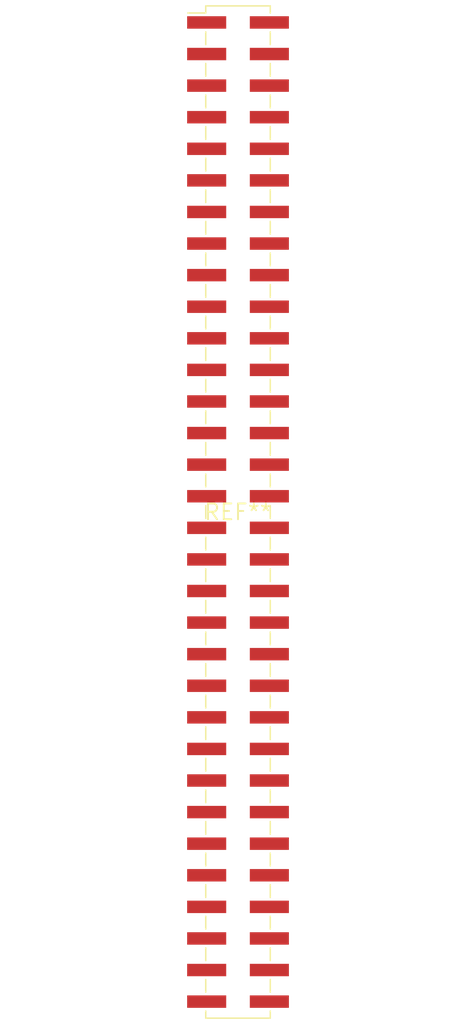
<source format=kicad_pcb>
(kicad_pcb (version 20240108) (generator pcbnew)
  (layers (0 "F.Cu" signal) (31 "B.Cu" signal) (34 "B.Paste" user) (35 "F.Paste" user) (36 "B.SilkS" user "B.Silkscreen") (37 "F.SilkS" user "F.Silkscreen") (38 "B.Mask" user) (39 "F.Mask" user) (44 "Edge.Cuts" user))
  (net 0 "")
  (footprint "PinHeader_2x32_P2.54mm_Vertical_SMD" (layer "F.Cu") (at 0 0)
    (property "Reference" "REF**")
    (property "Value" "PinHeader_2x32_P2.54mm_Vertical_SMD")
    (fp_line (start -4.04 -40.13) (end -2.6 -40.13) (layer "F.SilkS") (stroke (width 0.12)))
    (fp_line (start -2.6 -40.7) (end -2.6 -40.13) (layer "F.SilkS") (stroke (width 0.12)))
    (fp_line (start -2.6 -40.7) (end 2.6 -40.7) (layer "F.SilkS") (stroke (width 0.12)))
    (fp_line (start -2.6 -38.61) (end -2.6 -37.59) (layer "F.SilkS") (stroke (width 0.12)))
    (fp_line (start -2.6 -36.07) (end -2.6 -35.05) (layer "F.SilkS") (stroke (width 0.12)))
    (fp_line (start -2.6 -33.53) (end -2.6 -32.51) (layer "F.SilkS") (stroke (width 0.12)))
    (fp_line (start -2.6 -30.99) (end -2.6 -29.97) (layer "F.SilkS") (stroke (width 0.12)))
    (fp_line (start -2.6 -28.45) (end -2.6 -27.43) (layer "F.SilkS") (stroke (width 0.12)))
    (fp_line (start -2.6 -25.91) (end -2.6 -24.89) (layer "F.SilkS") (stroke (width 0.12)))
    (fp_line (start -2.6 -23.37) (end -2.6 -22.35) (layer "F.SilkS") (stroke (width 0.12)))
    (fp_line (start -2.6 -20.83) (end -2.6 -19.81) (layer "F.SilkS") (stroke (width 0.12)))
    (fp_line (start -2.6 -18.29) (end -2.6 -17.27) (layer "F.SilkS") (stroke (width 0.12)))
    (fp_line (start -2.6 -15.75) (end -2.6 -14.73) (layer "F.SilkS") (stroke (width 0.12)))
    (fp_line (start -2.6 -13.21) (end -2.6 -12.19) (layer "F.SilkS") (stroke (width 0.12)))
    (fp_line (start -2.6 -10.67) (end -2.6 -9.65) (layer "F.SilkS") (stroke (width 0.12)))
    (fp_line (start -2.6 -8.13) (end -2.6 -7.11) (layer "F.SilkS") (stroke (width 0.12)))
    (fp_line (start -2.6 -5.59) (end -2.6 -4.57) (layer "F.SilkS") (stroke (width 0.12)))
    (fp_line (start -2.6 -3.05) (end -2.6 -2.03) (layer "F.SilkS") (stroke (width 0.12)))
    (fp_line (start -2.6 -0.51) (end -2.6 0.51) (layer "F.SilkS") (stroke (width 0.12)))
    (fp_line (start -2.6 2.03) (end -2.6 3.05) (layer "F.SilkS") (stroke (width 0.12)))
    (fp_line (start -2.6 4.57) (end -2.6 5.59) (layer "F.SilkS") (stroke (width 0.12)))
    (fp_line (start -2.6 7.11) (end -2.6 8.13) (layer "F.SilkS") (stroke (width 0.12)))
    (fp_line (start -2.6 9.65) (end -2.6 10.67) (layer "F.SilkS") (stroke (width 0.12)))
    (fp_line (start -2.6 12.19) (end -2.6 13.21) (layer "F.SilkS") (stroke (width 0.12)))
    (fp_line (start -2.6 14.73) (end -2.6 15.75) (layer "F.SilkS") (stroke (width 0.12)))
    (fp_line (start -2.6 17.27) (end -2.6 18.29) (layer "F.SilkS") (stroke (width 0.12)))
    (fp_line (start -2.6 19.81) (end -2.6 20.83) (layer "F.SilkS") (stroke (width 0.12)))
    (fp_line (start -2.6 22.35) (end -2.6 23.37) (layer "F.SilkS") (stroke (width 0.12)))
    (fp_line (start -2.6 24.89) (end -2.6 25.91) (layer "F.SilkS") (stroke (width 0.12)))
    (fp_line (start -2.6 27.43) (end -2.6 28.45) (layer "F.SilkS") (stroke (width 0.12)))
    (fp_line (start -2.6 29.97) (end -2.6 30.99) (layer "F.SilkS") (stroke (width 0.12)))
    (fp_line (start -2.6 32.51) (end -2.6 33.53) (layer "F.SilkS") (stroke (width 0.12)))
    (fp_line (start -2.6 35.05) (end -2.6 36.07) (layer "F.SilkS") (stroke (width 0.12)))
    (fp_line (start -2.6 37.59) (end -2.6 38.61) (layer "F.SilkS") (stroke (width 0.12)))
    (fp_line (start -2.6 40.13) (end -2.6 40.7) (layer "F.SilkS") (stroke (width 0.12)))
    (fp_line (start -2.6 40.7) (end 2.6 40.7) (layer "F.SilkS") (stroke (width 0.12)))
    (fp_line (start 2.6 -40.7) (end 2.6 -40.13) (layer "F.SilkS") (stroke (width 0.12)))
    (fp_line (start 2.6 -38.61) (end 2.6 -37.59) (layer "F.SilkS") (stroke (width 0.12)))
    (fp_line (start 2.6 -36.07) (end 2.6 -35.05) (layer "F.SilkS") (stroke (width 0.12)))
    (fp_line (start 2.6 -33.53) (end 2.6 -32.51) (layer "F.SilkS") (stroke (width 0.12)))
    (fp_line (start 2.6 -30.99) (end 2.6 -29.97) (layer "F.SilkS") (stroke (width 0.12)))
    (fp_line (start 2.6 -28.45) (end 2.6 -27.43) (layer "F.SilkS") (stroke (width 0.12)))
    (fp_line (start 2.6 -25.91) (end 2.6 -24.89) (layer "F.SilkS") (stroke (width 0.12)))
    (fp_line (start 2.6 -23.37) (end 2.6 -22.35) (layer "F.SilkS") (stroke (width 0.12)))
    (fp_line (start 2.6 -20.83) (end 2.6 -19.81) (layer "F.SilkS") (stroke (width 0.12)))
    (fp_line (start 2.6 -18.29) (end 2.6 -17.27) (layer "F.SilkS") (stroke (width 0.12)))
    (fp_line (start 2.6 -15.75) (end 2.6 -14.73) (layer "F.SilkS") (stroke (width 0.12)))
    (fp_line (start 2.6 -13.21) (end 2.6 -12.19) (layer "F.SilkS") (stroke (width 0.12)))
    (fp_line (start 2.6 -10.67) (end 2.6 -9.65) (layer "F.SilkS") (stroke (width 0.12)))
    (fp_line (start 2.6 -8.13) (end 2.6 -7.11) (layer "F.SilkS") (stroke (width 0.12)))
    (fp_line (start 2.6 -5.59) (end 2.6 -4.57) (layer "F.SilkS") (stroke (width 0.12)))
    (fp_line (start 2.6 -3.05) (end 2.6 -2.03) (layer "F.SilkS") (stroke (width 0.12)))
    (fp_line (start 2.6 -0.51) (end 2.6 0.51) (layer "F.SilkS") (stroke (width 0.12)))
    (fp_line (start 2.6 2.03) (end 2.6 3.05) (layer "F.SilkS") (stroke (width 0.12)))
    (fp_line (start 2.6 4.57) (end 2.6 5.59) (layer "F.SilkS") (stroke (width 0.12)))
    (fp_line (start 2.6 7.11) (end 2.6 8.13) (layer "F.SilkS") (stroke (width 0.12)))
    (fp_line (start 2.6 9.65) (end 2.6 10.67) (layer "F.SilkS") (stroke (width 0.12)))
    (fp_line (start 2.6 12.19) (end 2.6 13.21) (layer "F.SilkS") (stroke (width 0.12)))
    (fp_line (start 2.6 14.73) (end 2.6 15.75) (layer "F.SilkS") (stroke (width 0.12)))
    (fp_line (start 2.6 17.27) (end 2.6 18.29) (layer "F.SilkS") (stroke (width 0.12)))
    (fp_line (start 2.6 19.81) (end 2.6 20.83) (layer "F.SilkS") (stroke (width 0.12)))
    (fp_line (start 2.6 22.35) (end 2.6 23.37) (layer "F.SilkS") (stroke (width 0.12)))
    (fp_line (start 2.6 24.89) (end 2.6 25.91) (layer "F.SilkS") (stroke (width 0.12)))
    (fp_line (start 2.6 27.43) (end 2.6 28.45) (layer "F.SilkS") (stroke (width 0.12)))
    (fp_line (start 2.6 29.97) (end 2.6 30.99) (layer "F.SilkS") (stroke (width 0.12)))
    (fp_line (start 2.6 32.51) (end 2.6 33.53) (layer "F.SilkS") (stroke (width 0.12)))
    (fp_line (start 2.6 35.05) (end 2.6 36.07) (layer "F.SilkS") (stroke (width 0.12)))
    (fp_line (start 2.6 37.59) (end 2.6 38.61) (layer "F.SilkS") (stroke (width 0.12)))
    (fp_line (start 2.6 40.13) (end 2.6 40.7) (layer "F.SilkS") (stroke (width 0.12)))
    (pad "1" smd rect (at -2.525 -39.37) (size 3.15 1) (layers "F.Cu" "F.Paste" "F.Mask"))
    (pad "2" smd rect (at 2.525 -39.37) (size 3.15 1) (layers "F.Cu" "F.Paste" "F.Mask"))
    (pad "3" smd rect (at -2.525 -36.83) (size 3.15 1) (layers "F.Cu" "F.Paste" "F.Mask"))
    (pad "4" smd rect (at 2.525 -36.83) (size 3.15 1) (layers "F.Cu" "F.Paste" "F.Mask"))
    (pad "5" smd rect (at -2.525 -34.29) (size 3.15 1) (layers "F.Cu" "F.Paste" "F.Mask"))
    (pad "6" smd rect (at 2.525 -34.29) (size 3.15 1) (layers "F.Cu" "F.Paste" "F.Mask"))
    (pad "7" smd rect (at -2.525 -31.75) (size 3.15 1) (layers "F.Cu" "F.Paste" "F.Mask"))
    (pad "8" smd rect (at 2.525 -31.75) (size 3.15 1) (layers "F.Cu" "F.Paste" "F.Mask"))
    (pad "9" smd rect (at -2.525 -29.21) (size 3.15 1) (layers "F.Cu" "F.Paste" "F.Mask"))
    (pad "10" smd rect (at 2.525 -29.21) (size 3.15 1) (layers "F.Cu" "F.Paste" "F.Mask"))
    (pad "11" smd rect (at -2.525 -26.67) (size 3.15 1) (layers "F.Cu" "F.Paste" "F.Mask"))
    (pad "12" smd rect (at 2.525 -26.67) (size 3.15 1) (layers "F.Cu" "F.Paste" "F.Mask"))
    (pad "13" smd rect (at -2.525 -24.13) (size 3.15 1) (layers "F.Cu" "F.Paste" "F.Mask"))
    (pad "14" smd rect (at 2.525 -24.13) (size 3.15 1) (layers "F.Cu" "F.Paste" "F.Mask"))
    (pad "15" smd rect (at -2.525 -21.59) (size 3.15 1) (layers "F.Cu" "F.Paste" "F.Mask"))
    (pad "16" smd rect (at 2.525 -21.59) (size 3.15 1) (layers "F.Cu" "F.Paste" "F.Mask"))
    (pad "17" smd rect (at -2.525 -19.05) (size 3.15 1) (layers "F.Cu" "F.Paste" "F.Mask"))
    (pad "18" smd rect (at 2.525 -19.05) (size 3.15 1) (layers "F.Cu" "F.Paste" "F.Mask"))
    (pad "19" smd rect (at -2.525 -16.51) (size 3.15 1) (layers "F.Cu" "F.Paste" "F.Mask"))
    (pad "20" smd rect (at 2.525 -16.51) (size 3.15 1) (layers "F.Cu" "F.Paste" "F.Mask"))
    (pad "21" smd rect (at -2.525 -13.97) (size 3.15 1) (layers "F.Cu" "F.Paste" "F.Mask"))
    (pad "22" smd rect (at 2.525 -13.97) (size 3.15 1) (layers "F.Cu" "F.Paste" "F.Mask"))
    (pad "23" smd rect (at -2.525 -11.43) (size 3.15 1) (layers "F.Cu" "F.Paste" "F.Mask"))
    (pad "24" smd rect (at 2.525 -11.43) (size 3.15 1) (layers "F.Cu" "F.Paste" "F.Mask"))
    (pad "25" smd rect (at -2.525 -8.89) (size 3.15 1) (layers "F.Cu" "F.Paste" "F.Mask"))
    (pad "26" smd rect (at 2.525 -8.89) (size 3.15 1) (layers "F.Cu" "F.Paste" "F.Mask"))
    (pad "27" smd rect (at -2.525 -6.35) (size 3.15 1) (layers "F.Cu" "F.Paste" "F.Mask"))
    (pad "28" smd rect (at 2.525 -6.35) (size 3.15 1) (layers "F.Cu" "F.Paste" "F.Mask"))
    (pad "29" smd rect (at -2.525 -3.81) (size 3.15 1) (layers "F.Cu" "F.Paste" "F.Mask"))
    (pad "30" smd rect (at 2.525 -3.81) (size 3.15 1) (layers "F.Cu" "F.Paste" "F.Mask"))
    (pad "31" smd rect (at -2.525 -1.27) (size 3.15 1) (layers "F.Cu" "F.Paste" "F.Mask"))
    (pad "32" smd rect (at 2.525 -1.27) (size 3.15 1) (layers "F.Cu" "F.Paste" "F.Mask"))
    (pad "33" smd rect (at -2.525 1.27) (size 3.15 1) (layers "F.Cu" "F.Paste" "F.Mask"))
    (pad "34" smd rect (at 2.525 1.27) (size 3.15 1) (layers "F.Cu" "F.Paste" "F.Mask"))
    (pad "35" smd rect (at -2.525 3.81) (size 3.15 1) (layers "F.Cu" "F.Paste" "F.Mask"))
    (pad "36" smd rect (at 2.525 3.81) (size 3.15 1) (layers "F.Cu" "F.Paste" "F.Mask"))
    (pad "37" smd rect (at -2.525 6.35) (size 3.15 1) (layers "F.Cu" "F.Paste" "F.Mask"))
    (pad "38" smd rect (at 2.525 6.35) (size 3.15 1) (layers "F.Cu" "F.Paste" "F.Mask"))
    (pad "39" smd rect (at -2.525 8.89) (size 3.15 1) (layers "F.Cu" "F.Paste" "F.Mask"))
    (pad "40" smd rect (at 2.525 8.89) (size 3.15 1) (layers "F.Cu" "F.Paste" "F.Mask"))
    (pad "41" smd rect (at -2.525 11.43) (size 3.15 1) (layers "F.Cu" "F.Paste" "F.Mask"))
    (pad "42" smd rect (at 2.525 11.43) (size 3.15 1) (layers "F.Cu" "F.Paste" "F.Mask"))
    (pad "43" smd rect (at -2.525 13.97) (size 3.15 1) (layers "F.Cu" "F.Paste" "F.Mask"))
    (pad "44" smd rect (at 2.525 13.97) (size 3.15 1) (layers "F.Cu" "F.Paste" "F.Mask"))
    (pad "45" smd rect (at -2.525 16.51) (size 3.15 1) (layers "F.Cu" "F.Paste" "F.Mask"))
    (pad "46" smd rect (at 2.525 16.51) (size 3.15 1) (layers "F.Cu" "F.Paste" "F.Mask"))
    (pad "47" smd rect (at -2.525 19.05) (size 3.15 1) (layers "F.Cu" "F.Paste" "F.Mask"))
    (pad "48" smd rect (at 2.525 19.05) (size 3.15 1) (layers "F.Cu" "F.Paste" "F.Mask"))
    (pad "49" smd rect (at -2.525 21.59) (size 3.15 1) (layers "F.Cu" "F.Paste" "F.Mask"))
    (pad "50" smd rect (at 2.525 21.59) (size 3.15 1) (layers "F.Cu" "F.Paste" "F.Mask"))
    (pad "51" smd rect (at -2.525 24.13) (size 3.15 1) (layers "F.Cu" "F.Paste" "F.Mask"))
    (pad "52" smd rect (at 2.525 24.13) (size 3.15 1) (layers "F.Cu" "F.Paste" "F.Mask"))
    (pad "53" smd rect (at -2.525 26.67) (size 3.15 1) (layers "F.Cu" "F.Paste" "F.Mask"))
    (pad "54" smd rect (at 2.525 26.67) (size 3.15 1) (layers "F.Cu" "F.Paste" "F.Mask"))
    (pad "55" smd rect (at -2.525 29.21) (size 3.15 1) (layers "F.Cu" "F.Paste" "F.Mask"))
    (pad "56" smd rect (at 2.525 29.21) (size 3.15 1) (layers "F.Cu" "F.Paste" "F.Mask"))
    (pad "57" smd rect (at -2.525 31.75) (size 3.15 1) (layers "F.Cu" "F.Paste" "F.Mask"))
    (pad "58" smd rect (at 2.525 31.75) (size 3.15 1) (layers "F.Cu" "F.Paste" "F.Mask"))
    (pad "59" smd rect (at -2.525 34.29) (size 3.15 1) (layers "F.Cu" "F.Paste" "F.Mask"))
    (pad "60" smd rect (at 2.525 34.29) (size 3.15 1) (layers "F.Cu" "F.Paste" "F.Mask"))
    (pad "61" smd rect (at -2.525 36.83) (size 3.15 1) (layers "F.Cu" "F.Paste" "F.Mask"))
    (pad "62" smd rect (at 2.525 36.83) (size 3.15 1) (layers "F.Cu" "F.Paste" "F.Mask"))
    (pad "63" smd rect (at -2.525 39.37) (size 3.15 1) (layers "F.Cu" "F.Paste" "F.Mask"))
    (pad "64" smd rect (at 2.525 39.37) (size 3.15 1) (layers "F.Cu" "F.Paste" "F.Mask"))
  )
)
</source>
